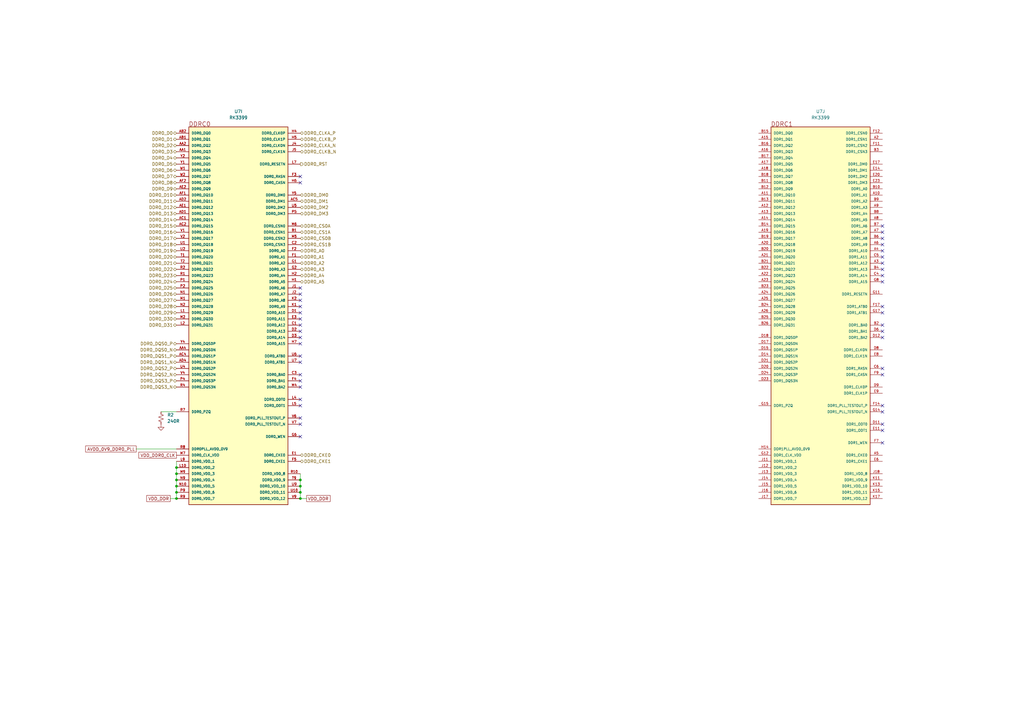
<source format=kicad_sch>
(kicad_sch (version 20230121) (generator eeschema)
  (paper "A3")
  (title_block (title "LPDDR Memory Driver") (date "2023-04-05") (rev "A"))
  (junction (at 72.39 204.47))
  (junction (at 123.19 199.39))
  (junction (at 72.39 194.31))
  (junction (at 123.19 196.85))
  (junction (at 72.39 196.85))
  (junction (at 123.19 201.93))
  (junction (at 72.39 191.77))
  (junction (at 72.39 199.39))
  (junction (at 123.19 204.47))
  (junction (at 72.39 201.93))
  (no_connect (at 123.19 123.19))
  (no_connect (at 123.19 158.75))
  (no_connect (at 123.19 166.37))
  (no_connect (at 361.95 125.73))
  (no_connect (at 361.95 92.71))
  (no_connect (at 361.95 105.41))
  (no_connect (at 123.19 153.67))
  (no_connect (at 361.95 113.03))
  (no_connect (at 361.95 115.57))
  (no_connect (at 123.19 148.59))
  (no_connect (at 123.19 140.97))
  (no_connect (at 361.95 100.33))
  (no_connect (at 123.19 171.45))
  (no_connect (at 123.19 179.07))
  (no_connect (at 361.95 176.53))
  (no_connect (at 361.95 110.49))
  (no_connect (at 361.95 128.27))
  (no_connect (at 361.95 107.95))
  (no_connect (at 123.19 156.21))
  (no_connect (at 361.95 181.61))
  (no_connect (at 123.19 128.27))
  (no_connect (at 361.95 173.99))
  (no_connect (at 361.95 95.25))
  (no_connect (at 361.95 151.13))
  (no_connect (at 123.19 138.43))
  (no_connect (at 123.19 163.83))
  (no_connect (at 123.19 146.05))
  (no_connect (at 123.19 173.99))
  (no_connect (at 361.95 97.79))
  (no_connect (at 123.19 74.93))
  (no_connect (at 123.19 130.81))
  (no_connect (at 361.95 135.89))
  (no_connect (at 361.95 138.43))
  (no_connect (at 123.19 125.73))
  (no_connect (at 361.95 102.87))
  (no_connect (at 361.95 133.35))
  (no_connect (at 123.19 72.39))
  (no_connect (at 123.19 133.35))
  (no_connect (at 361.95 166.37))
  (no_connect (at 123.19 120.65))
  (no_connect (at 361.95 168.91))
  (no_connect (at 123.19 135.89))
  (no_connect (at 361.95 153.67))
  (no_connect (at 123.19 118.11))
  (wire (pts (xy 55.88 184.15) (xy 72.39 184.15)))
  (wire (pts (xy 123.19 199.39) (xy 123.19 201.93)))
  (wire (pts (xy 123.19 196.85) (xy 123.19 199.39)))
  (wire (pts (xy 123.19 201.93) (xy 123.19 204.47)))
  (wire (pts (xy 72.39 189.23) (xy 72.39 191.77)))
  (wire (pts (xy 69.85 204.47) (xy 72.39 204.47)))
  (wire (pts (xy 72.39 196.85) (xy 72.39 199.39)))
  (wire (pts (xy 72.39 191.77) (xy 72.39 194.31)))
  (wire (pts (xy 72.39 201.93) (xy 72.39 204.47)))
  (wire (pts (xy 72.39 199.39) (xy 72.39 201.93)))
  (wire (pts (xy 123.19 194.31) (xy 123.19 196.85)))
  (wire (pts (xy 123.19 204.47) (xy 125.73 204.47)))
  (wire (pts (xy 66.04 168.91) (xy 72.39 168.91)))
  (wire (pts (xy 72.39 194.31) (xy 72.39 196.85)))
  (global_label "AVDD_0V9_DDR0_PLL" (shape passive) (at 55.88 184.15 180) (property "Intersheetrefs" "${INTERSHEET_REFS}" (effects hide)))
  (global_label "VDD_DDR" (shape passive) (at 125.73 204.47 0) (property "Intersheetrefs" "${INTERSHEET_REFS}" (effects hide)))
  (global_label "VDD_DDR0_CLK" (shape passive) (at 72.39 186.69 180) (property "Intersheetrefs" "${INTERSHEET_REFS}" (effects hide)))
  (global_label "VDD_DDR" (shape passive) (at 69.85 204.47 180) (property "Intersheetrefs" "${INTERSHEET_REFS}" (effects hide)))
  (hierarchical_label "DDR0_D16" (shape bidirectional) (at 72.39 95.25 180))
  (hierarchical_label "DDR0_DQS0_P" (shape bidirectional) (at 72.39 140.97 180))
  (hierarchical_label "DDR0_D6" (shape bidirectional) (at 72.39 69.85 180))
  (hierarchical_label "DDR0_D8" (shape bidirectional) (at 72.39 74.93 180))
  (hierarchical_label "DDR0_D15" (shape bidirectional) (at 72.39 92.71 180))
  (hierarchical_label "DDR0_D18" (shape bidirectional) (at 72.39 100.33 180))
  (hierarchical_label "DDR0_A3" (shape bidirectional) (at 123.19 110.49 0))
  (hierarchical_label "DDR0_D0" (shape bidirectional) (at 72.39 54.61 180))
  (hierarchical_label "DDR0_CKE1" (shape bidirectional) (at 123.19 189.23 0))
  (hierarchical_label "DDR0_D1" (shape bidirectional) (at 72.39 57.15 180))
  (hierarchical_label "DDR0_DM1" (shape bidirectional) (at 123.19 82.55 0))
  (hierarchical_label "DDR0_A2" (shape bidirectional) (at 123.19 107.95 0))
  (hierarchical_label "DDR0_CKE0" (shape bidirectional) (at 123.19 186.69 0))
  (hierarchical_label "DDR0_DQS2_N" (shape bidirectional) (at 72.39 153.67 180))
  (hierarchical_label "DDR0_CLKB_N" (shape bidirectional) (at 123.19 62.23 0))
  (hierarchical_label "DDR0_A0" (shape bidirectional) (at 123.19 102.87 0))
  (hierarchical_label "DDR0_CLKA_P" (shape bidirectional) (at 123.19 54.61 0))
  (hierarchical_label "DDR0_CS0A" (shape bidirectional) (at 123.19 92.71 0))
  (hierarchical_label "DDR0_CLKA_N" (shape bidirectional) (at 123.19 59.69 0))
  (hierarchical_label "DDR0_D29" (shape bidirectional) (at 72.39 128.27 180))
  (hierarchical_label "DDR0_D31" (shape bidirectional) (at 72.39 133.35 180))
  (hierarchical_label "DDR0_DM3" (shape bidirectional) (at 123.19 87.63 0))
  (hierarchical_label "DDR0_A5" (shape bidirectional) (at 123.19 115.57 0))
  (hierarchical_label "DDR0_DQS3_N" (shape bidirectional) (at 72.39 158.75 180))
  (hierarchical_label "DDR0_D19" (shape bidirectional) (at 72.39 102.87 180))
  (hierarchical_label "DDR0_D21" (shape bidirectional) (at 72.39 107.95 180))
  (hierarchical_label "DDR0_DQS3_P" (shape bidirectional) (at 72.39 156.21 180))
  (hierarchical_label "DDR0_D26" (shape bidirectional) (at 72.39 120.65 180))
  (hierarchical_label "DDR0_CLKB_P" (shape bidirectional) (at 123.19 57.15 0))
  (hierarchical_label "DDR0_D3" (shape bidirectional) (at 72.39 62.23 180))
  (hierarchical_label "DDR0_D10" (shape bidirectional) (at 72.39 80.01 180))
  (hierarchical_label "DDR0_D5" (shape bidirectional) (at 72.39 67.31 180))
  (hierarchical_label "DDR0_D12" (shape bidirectional) (at 72.39 85.09 180))
  (hierarchical_label "DDR0_D30" (shape bidirectional) (at 72.39 130.81 180))
  (hierarchical_label "DDR0_D17" (shape bidirectional) (at 72.39 97.79 180))
  (hierarchical_label "DDR0_D14" (shape bidirectional) (at 72.39 90.17 180))
  (hierarchical_label "DDR0_A1" (shape bidirectional) (at 123.19 105.41 0))
  (hierarchical_label "DDR0_D28" (shape bidirectional) (at 72.39 125.73 180))
  (hierarchical_label "DDR0_D22" (shape bidirectional) (at 72.39 110.49 180))
  (hierarchical_label "DDR0_DQS1_P" (shape bidirectional) (at 72.39 146.05 180))
  (hierarchical_label "DDR0_A4" (shape bidirectional) (at 123.19 113.03 0))
  (hierarchical_label "DDR0_DQS0_N" (shape bidirectional) (at 72.39 143.51 180))
  (hierarchical_label "DDR0_CS1B" (shape bidirectional) (at 123.19 100.33 0))
  (hierarchical_label "DDR0_D20" (shape bidirectional) (at 72.39 105.41 180))
  (hierarchical_label "DDR0_D23" (shape bidirectional) (at 72.39 113.03 180))
  (hierarchical_label "DDR0_DM2" (shape bidirectional) (at 123.19 85.09 0))
  (hierarchical_label "DDR0_D13" (shape bidirectional) (at 72.39 87.63 180))
  (hierarchical_label "DDR0_CS0B" (shape bidirectional) (at 123.19 97.79 0))
  (hierarchical_label "DDR0_CS1A" (shape bidirectional) (at 123.19 95.25 0))
  (hierarchical_label "DDR0_DQS2_P" (shape bidirectional) (at 72.39 151.13 180))
  (hierarchical_label "DDR0_D27" (shape bidirectional) (at 72.39 123.19 180))
  (hierarchical_label "DDR0_D11" (shape bidirectional) (at 72.39 82.55 180))
  (hierarchical_label "DDR0_DQS1_N" (shape bidirectional) (at 72.39 148.59 180))
  (hierarchical_label "DDR0_D2" (shape bidirectional) (at 72.39 59.69 180))
  (hierarchical_label "DDR0_DM0" (shape bidirectional) (at 123.19 80.01 0))
  (hierarchical_label "DDR0_D24" (shape bidirectional) (at 72.39 115.57 180))
  (hierarchical_label "DDR0_D25" (shape bidirectional) (at 72.39 118.11 180))
  (hierarchical_label "DDR0_D7" (shape bidirectional) (at 72.39 72.39 180))
  (hierarchical_label "DDR0_D4" (shape bidirectional) (at 72.39 64.77 180))
  (hierarchical_label "DDR0_D9" (shape bidirectional) (at 72.39 77.47 180))
  (hierarchical_label "DDR0_RST" (shape output) (at 123.19 67.31 0))
  (symbol (lib_id "RK3399:RK3399") (at 97.79 125.73 0) (unit 9)
    (property "Reference" "U7" (at 97.79 45.72 0))
    (property "Value" "RK3399" (at 97.79 48.26 0))
    (property "Footprint" "BGA828C65P31X31_2100X2100X161N" (effects hide))
    (property "Price" "None" (effects hide))
    (property "MP" "RK3399" (effects hide))
    (property "Availability" "Not in stock" (effects hide))
    (property "Description" "RK3399 ROCK Pi 4 Model A 2GB - ARM® Cortex®-A53, Cortex®-A72 MPU Embedded Evaluation Board" (effects hide))
    (property "Package" "Seeed Technology" (effects hide))
    (property "MF" "Rockchip" (effects hide))
  )
  (symbol (lib_id "Device:R_Small_US") (at 66.04 171.45 0) (unit 1)
    (property "Reference" "R2" (at 68.58 170.1799 0) (effects (justify left)))
    (property "Value" "240R" (at 68.58 172.7199 0) (effects (justify left)))
    (property "Footprint" "Resistor_SMD:R_0402_1005Metric" (effects hide))
    (instances (project "SOM with RK3399, 4Gb LPDDR4, Wi-Fi, Bluetooth, PMIC, Ethernet, EMMc" (path "" (reference "R2") (unit 1)) (path "" (reference "R11") (unit 1))) (project "ram_memory" (path "" (reference "R2") (unit 1))))
  )
  (symbol (lib_id "power:GND") (at 66.04 173.99 0) (unit 1)
    (property "Reference" "#PWR014" (effects hide))
    (property "Value" "GND" (effects hide))
    (instances (project "SOM with RK3399, 4Gb LPDDR4, Wi-Fi, Bluetooth, PMIC, Ethernet, EMMc" (path "" (reference "#PWR014") (unit 1)) (path "" (reference "#PWR051") (unit 1))) (project "ram_memory" (path "" (reference "#PWR014") (unit 1))))
  )
  (symbol (lib_id "RK3399:RK3399") (at 336.55 125.73 0) (unit 10)
    (property "Reference" "U7" (at 336.55 45.72 0))
    (property "Value" "RK3399" (at 336.55 48.26 0))
    (property "Footprint" "BGA828C65P31X31_2100X2100X161N" (effects hide))
    (property "Price" "None" (effects hide))
    (property "MP" "RK3399" (effects hide))
    (property "Availability" "Not in stock" (effects hide))
    (property "Description" "RK3399 ROCK Pi 4 Model A 2GB - ARM® Cortex®-A53, Cortex®-A72 MPU Embedded Evaluation Board" (effects hide))
    (property "Package" "Seeed Technology" (effects hide))
    (property "MF" "Rockchip" (effects hide))
  )
)
</source>
